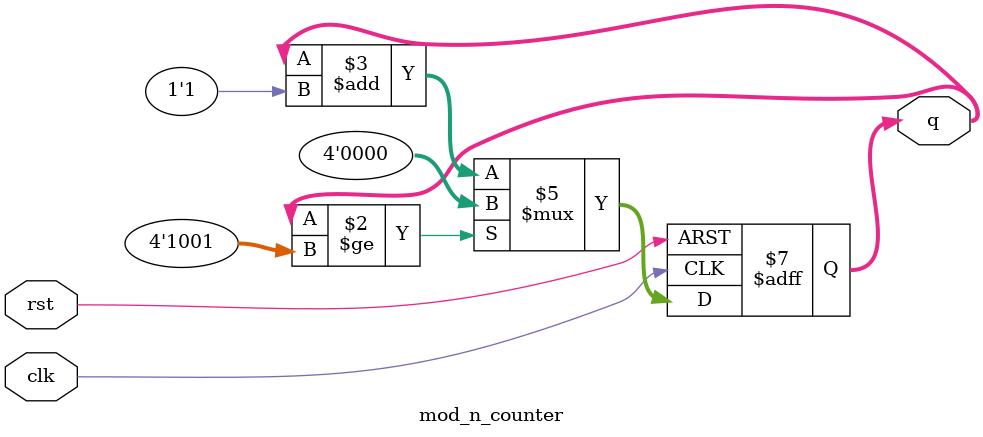
<source format=v>
module mod_n_counter(input clk,rst,
                     output reg [3:0]q);
  always@(posedge clk or posedge rst)begin
    if (rst)
      q<=4'b0000;
    else if (q>=4'd9)
      q<=4'b0000;
    else
      q<= q+1'b1;
  end
endmodule
  

</source>
